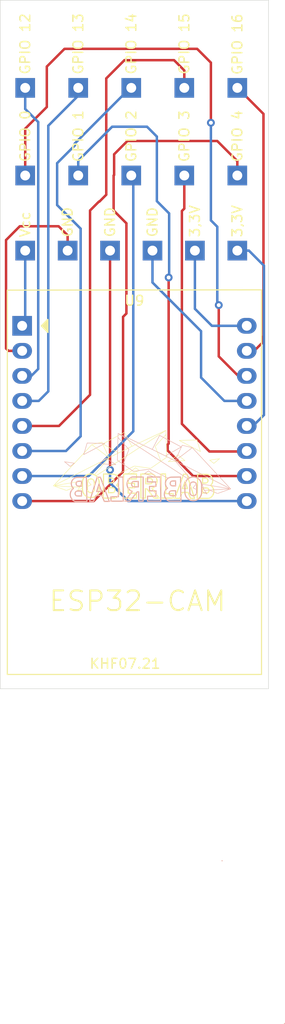
<source format=kicad_pcb>
(kicad_pcb (version 20240108) (generator "pcbnew") (generator_version "8.0")
  (layers (0 "F.Cu" signal) (31 "B.Cu" signal) (34 "B.Paste" user) (35 "F.Paste" user) (36 "B.SilkS" user "B.Silkscreen") (37 "F.SilkS" user "F.Silkscreen") (38 "B.Mask" user) (39 "F.Mask" user) (44 "Edge.Cuts" user))
  (net 0 "")
  (net 1 "Net-(U1-Pad1)")
  (net 2 "Net-(U2-Pad1)")
  (net 3 "Net-(U3-Pad1)")
  (net 4 "Net-(U4-Pad1)")
  (net 5 "Net-(U5-Pad1)")
  (net 6 "Net-(U6-Pad1)")
  (net 7 "Net-(U7-Pad1)")
  (net 8 "Net-(U8-Pad1)")
  (net 9 "Net-(U10-Pad1)")
  (net 10 "Net-(U11-Pad1)")
  (net 11 "Net-(U12-Pad1)")
  (net 12 "Net-(U13-Pad1)")
  (net 13 "Net-(U14-Pad1)")
  (net 14 "Net-(U15-Pad1)")
  (net 15 "Net-(U16-Pad1)")
  (net 16 "Net-(U17-Pad1)")
  (footprint "KHF_LIB:LP" (layer "F.Cu") (at 184.15 96.52)
    (property "Reference" "Vcc" (at 0 -1.27 90) (layer "F.SilkS") (effects (justify left)))
    (property "Value" "LP")
    (pad "1" thru_hole rect (at 0 0) (size 2 2) (drill 1) (layers "*.Cu" "*.Mask") (net 1 "Net-(U1-Pad1)"))
  )
  (footprint "KHF_LIB:LP" (layer "F.Cu") (at 188.468 96.52)
    (property "Reference" "GND" (at 0 -1.27 90) (layer "F.SilkS") (effects (justify left)))
    (property "Value" "LP")
    (pad "1" thru_hole rect (at 0 0) (size 2 2) (drill 1) (layers "*.Cu" "*.Mask") (net 2 "Net-(U2-Pad1)"))
  )
  (footprint "KHF_LIB:LP" (layer "F.Cu") (at 184.15 80.01)
    (property "Reference" "GPIO 12" (at 0 -1.27 90) (layer "F.SilkS") (effects (justify left)))
    (property "Value" "LP")
    (pad "1" thru_hole rect (at 0 0) (size 2 2) (drill 1) (layers "*.Cu" "*.Mask") (net 3 "Net-(U3-Pad1)"))
  )
  (footprint "KHF_LIB:LP" (layer "F.Cu") (at 189.5475 80.01)
    (property "Reference" "GPIO 13" (at 0 -1.27 90) (layer "F.SilkS") (effects (justify left)))
    (property "Value" "LP")
    (pad "1" thru_hole rect (at 0 0) (size 2 2) (drill 1) (layers "*.Cu" "*.Mask") (net 4 "Net-(U4-Pad1)"))
  )
  (footprint "KHF_LIB:LP" (layer "F.Cu") (at 200.3425 80.01)
    (property "Reference" "GPIO 15" (at 0 -1.27 90) (layer "F.SilkS") (effects (justify left)))
    (property "Value" "LP")
    (pad "1" thru_hole rect (at 0 0) (size 2 2) (drill 1) (layers "*.Cu" "*.Mask") (net 5 "Net-(U5-Pad1)"))
  )
  (footprint "KHF_LIB:LP" (layer "F.Cu") (at 194.945 80.01)
    (property "Reference" "GPIO 14" (at 0 -1.27 90) (layer "F.SilkS") (effects (justify left)))
    (property "Value" "LP")
    (pad "1" thru_hole rect (at 0 0) (size 2 2) (drill 1) (layers "*.Cu" "*.Mask") (net 6 "Net-(U6-Pad1)"))
  )
  (footprint "KHF_LIB:LP" (layer "F.Cu") (at 194.945 88.9)
    (property "Reference" "GPIO 2" (at 0 -1.27 90) (layer "F.SilkS") (effects (justify left)))
    (property "Value" "LP")
    (pad "1" thru_hole rect (at 0 0) (size 2 2) (drill 1) (layers "*.Cu" "*.Mask") (net 7 "Net-(U7-Pad1)"))
  )
  (footprint "KHF_LIB:LP" (layer "F.Cu") (at 205.74 88.9)
    (property "Reference" "GPIO 4" (at 0 -1.27 90) (layer "F.SilkS") (effects (justify left)))
    (property "Value" "LP")
    (pad "1" thru_hole rect (at 0 0) (size 2 2) (drill 1) (layers "*.Cu" "*.Mask") (net 8 "Net-(U8-Pad1)"))
  )
  (footprint "KHF_LIB:LP" (layer "F.Cu") (at 201.422 96.52)
    (property "Reference" "3,3V" (at 0 -1.27 90) (layer "F.SilkS") (effects (justify left)))
    (property "Value" "LP")
    (pad "1" thru_hole rect (at 0 0) (size 2 2) (drill 1) (layers "*.Cu" "*.Mask") (net 9 "Net-(U10-Pad1)"))
  )
  (footprint "KHF_LIB:LP" (layer "F.Cu") (at 205.74 80.01)
    (property "Reference" "GPIO 16" (at 0 -7.62 90) (layer "F.SilkS") (effects (justify right)))
    (property "Value" "LP")
    (pad "1" thru_hole rect (at 0 0) (size 2 2) (drill 1) (layers "*.Cu" "*.Mask") (net 10 "Net-(U11-Pad1)"))
  )
  (footprint "KHF_LIB:LP" (layer "F.Cu") (at 184.15 88.9)
    (property "Reference" "GPIO 0" (at 0 -1.27 90) (layer "F.SilkS") (effects (justify left)))
    (property "Value" "LP")
    (pad "1" thru_hole rect (at 0 0) (size 2 2) (drill 1) (layers "*.Cu" "*.Mask") (net 11 "Net-(U12-Pad1)"))
  )
  (footprint "KHF_LIB:LP" (layer "F.Cu") (at 197.104 96.52)
    (property "Reference" "GND" (at 0 -1.27 90) (layer "F.SilkS") (effects (justify left)))
    (property "Value" "LP")
    (pad "1" thru_hole rect (at 0 0) (size 2 2) (drill 1) (layers "*.Cu" "*.Mask") (net 12 "Net-(U13-Pad1)"))
  )
  (footprint "KHF_LIB:LP" (layer "F.Cu") (at 205.74 96.52)
    (property "Reference" "3,3V" (at 0 -1.27 90) (layer "F.SilkS") (effects (justify left)))
    (property "Value" "LP")
    (pad "1" thru_hole rect (at 0 0) (size 2 2) (drill 1) (layers "*.Cu" "*.Mask") (net 13 "Net-(U14-Pad1)"))
  )
  (footprint "KHF_LIB:LP" (layer "F.Cu") (at 200.3425 88.9)
    (property "Reference" "GPIO 3" (at 0 -1.27 90) (layer "F.SilkS") (effects (justify left)))
    (property "Value" "LP")
    (pad "1" thru_hole rect (at 0 0) (size 2 2) (drill 1) (layers "*.Cu" "*.Mask") (net 14 "Net-(U15-Pad1)"))
  )
  (footprint "KHF_LIB:LP" (layer "F.Cu") (at 189.5475 88.9)
    (property "Reference" "GPIO 1" (at 0 -1.27 90) (layer "F.SilkS") (effects (justify left)))
    (property "Value" "LP")
    (pad "1" thru_hole rect (at 0 0) (size 2 2) (drill 1) (layers "*.Cu" "*.Mask") (net 15 "Net-(U16-Pad1)"))
  )
  (footprint "KHF_LIB:LP" (layer "F.Cu") (at 192.786 96.52)
    (property "Reference" "GND" (at 0 -1.27 90) (layer "F.SilkS") (effects (justify left)))
    (property "Value" "LP")
    (pad "1" thru_hole rect (at 0 0) (size 2 2) (drill 1) (layers "*.Cu" "*.Mask") (net 16 "Net-(U17-Pad1)"))
  )
  (footprint "!Goody:ESP32-CAM" (layer "F.Cu") (at 195.27 118.16)
    (property "Reference" "U9" (at 0 -16.56 180) (layer "F.SilkS"))
    (property "Value" "ESP32-CAM")
    (fp_line (start -12.94 -17.63) (end -12.94 21.36) (stroke (width 0.12)) (layer "F.SilkS"))
    (fp_line (start -12.94 21.36) (end 12.93 21.36) (stroke (width 0.12)) (layer "F.SilkS"))
    (fp_line (start 12.93 -17.66) (end -12.94 -17.63) (stroke (width 0.12)) (layer "F.SilkS"))
    (fp_line (start 12.93 -17.66) (end 12.93 21.36) (stroke (width 0.12)) (layer "F.SilkS"))
    (fp_poly (pts (xy -8.82 -13.37) (xy -8.82 -14.64) (xy -9.455 -14.005)) (stroke (width 0.15)) (fill solid) (layer "F.SilkS"))
    (pad "1" thru_hole rect (at -11.43 -14.01) (size 2 2) (drill 1) (layers "*.Cu" "*.Mask") (net 1 "Net-(U1-Pad1)"))
    (pad "2" thru_hole oval (at -11.43 -11.47) (size 2 1.6) (drill 1) (layers "*.Cu" "*.Mask") (net 2 "Net-(U2-Pad1)"))
    (pad "3" thru_hole oval (at -11.43 -8.93) (size 2 1.6) (drill 1) (layers "*.Cu" "*.Mask") (net 3 "Net-(U3-Pad1)"))
    (pad "4" thru_hole oval (at -11.43 -6.39) (size 2 1.6) (drill 1) (layers "*.Cu" "*.Mask") (net 4 "Net-(U4-Pad1)"))
    (pad "5" thru_hole oval (at -11.43 -3.85) (size 2 1.6) (drill 1) (layers "*.Cu" "*.Mask") (net 5 "Net-(U5-Pad1)"))
    (pad "6" thru_hole oval (at -11.43 -1.31) (size 2 1.6) (drill 1) (layers "*.Cu" "*.Mask") (net 6 "Net-(U6-Pad1)"))
    (pad "7" thru_hole oval (at -11.43 1.23) (size 2 1.6) (drill 1) (layers "*.Cu" "*.Mask") (net 7 "Net-(U7-Pad1)"))
    (pad "8" thru_hole oval (at -11.43 3.77) (size 2 1.6) (drill 1) (layers "*.Cu" "*.Mask") (net 8 "Net-(U8-Pad1)"))
    (pad "9" thru_hole oval (at 11.43 3.77) (size 2 1.6) (drill 1) (layers "*.Cu" "*.Mask") (net 16 "Net-(U17-Pad1)"))
    (pad "10" thru_hole oval (at 11.43 1.23) (size 2 1.6) (drill 1) (layers "*.Cu" "*.Mask") (net 15 "Net-(U16-Pad1)"))
    (pad "11" thru_hole oval (at 11.43 -1.31) (size 2 1.6) (drill 1) (layers "*.Cu" "*.Mask") (net 14 "Net-(U15-Pad1)"))
    (pad "12" thru_hole oval (at 11.43 -3.85) (size 2 1.6) (drill 1) (layers "*.Cu" "*.Mask") (net 13 "Net-(U14-Pad1)"))
    (pad "13" thru_hole oval (at 11.43 -6.39) (size 2 1.6) (drill 1) (layers "*.Cu" "*.Mask") (net 12 "Net-(U13-Pad1)"))
    (pad "14" thru_hole oval (at 11.43 -8.93) (size 2 1.6) (drill 1) (layers "*.Cu" "*.Mask") (net 11 "Net-(U12-Pad1)"))
    (pad "15" thru_hole oval (at 11.43 -11.47) (size 2 1.6) (drill 1) (layers "*.Cu" "*.Mask") (net 10 "Net-(U11-Pad1)"))
    (pad "16" thru_hole oval (at 11.43 -14.01) (size 2 1.6) (drill 1) (layers "*.Cu" "*.Mask") (net 9 "Net-(U10-Pad1)"))
  )
  (footprint "!Goody:ob-logo_F.SilkS" (layer "F.Cu") (at 195.58 119.38)
    (property "Reference" "G***" (hide yes))
    (property "Value" "LOGO" (hide yes))
    (fp_poly (pts (xy 8.544723 39.045226) (xy 8.608542 39.109045) (xy 8.672361 39.045226) (xy 8.608542 38.981407) (xy 8.544723 39.045226)) (stroke (width 0.01)) (fill solid) (layer "B.SilkS"))
    (fp_line (start -8.55 1) (end -7.225 1.475) (stroke (width 0.05)) (layer "F.SilkS"))
    (fp_line (start -8.55 1) (end -5.65 0.525) (stroke (width 0.05)) (layer "F.SilkS"))
    (fp_line (start -8.55 1) (end -4.65 -3.175) (stroke (width 0.05)) (layer "F.SilkS"))
    (fp_line (start -7.225 1.475) (end -6.4 1.125) (stroke (width 0.05)) (layer "F.SilkS"))
    (fp_line (start -6.15 1.525) (end -5.575 0.725) (stroke (width 0.05)) (layer "F.SilkS"))
    (fp_line (start -5.875 1.15) (end -8.55 1) (stroke (width 0.05)) (layer "F.SilkS"))
    (fp_line (start -5.65 0.525) (end -5.875 1.15) (stroke (width 0.05)) (layer "F.SilkS"))
    (fp_line (start -5.6 1.25) (end -6.15 1.525) (stroke (width 0.05)) (layer "F.SilkS"))
    (fp_line (start -5.6 1.35) (end -5.6 0.65) (stroke (width 0.12)) (layer "F.SilkS"))
    (fp_line (start -5.1 0.65) (end -5.1 1.35) (stroke (width 0.12)) (layer "F.SilkS"))
    (fp_line (start -5.05 0.5) (end -4.725 0.9) (stroke (width 0.05)) (layer "F.SilkS"))
    (fp_line (start -4.725 0.9) (end -5.1 1.075) (stroke (width 0.05)) (layer "F.SilkS"))
    (fp_line (start -4.65 -3.175) (end -3.625 -3.425) (stroke (width 0.05)) (layer "F.SilkS"))
    (fp_line (start -4.65 -3.175) (end -2.9 -1.85) (stroke (width 0.05)) (layer "F.SilkS"))
    (fp_line (start -4.4 0.65) (end -4.4 1.3) (stroke (width 0.12)) (layer "F.SilkS"))
    (fp_line (start -4.2 -0.025) (end 2.9 -4.625) (stroke (width 0.05)) (layer "F.SilkS"))
    (fp_line (start -3.9 0.65) (end -3.9 1.35) (stroke (width 0.12)) (layer "F.SilkS"))
    (fp_line (start -3.625 -3.425) (end -2.9 -1.85) (stroke (width 0.05)) (layer "F.SilkS"))
    (fp_line (start -3.525 -3.25) (end -1.95 -2.35) (stroke (width 0.05)) (layer "F.SilkS"))
    (fp_line (start -3.5 2.25) (end -2.3 2.25) (stroke (width 0.12)) (layer "F.SilkS"))
    (fp_line (start -3.45 -0.2) (end -3.5 2.25) (stroke (width 0.12)) (layer "F.SilkS"))
    (fp_line (start -2.95 0.2) (end -2.7 0.2) (stroke (width 0.12)) (layer "F.SilkS"))
    (fp_line (start -2.95 0.25) (end -2.95 0.7) (stroke (width 0.12)) (layer "F.SilkS"))
    (fp_line (start -2.95 0.7) (end -2.65 0.7) (stroke (width 0.12)) (layer "F.SilkS"))
    (fp_line (start -2.95 1.2) (end -2.95 1.7) (stroke (width 0.12)) (layer "F.SilkS"))
    (fp_line (start -2.95 1.7) (end -2.5 1.7) (stroke (width 0.12)) (layer "F.SilkS"))
    (fp_line (start -2.949999 1.19505) (end -2.549999 1.19505) (stroke (width 0.12)) (layer "F.SilkS"))
    (fp_line (start -2.9 -1.85) (end -8.55 1) (stroke (width 0.05)) (layer "F.SilkS"))
    (fp_line (start -2.9 -1.85) (end -4.375 -0.125) (stroke (width 0.05)) (layer "F.SilkS"))
    (fp_line (start -2.55 -0.186395) (end -3.45 -0.2) (stroke (width 0.12)) (layer "F.SilkS"))
    (fp_line (start -1.45 2.25) (end -1.35 2.25) (stroke (width 0.12)) (layer "F.SilkS"))
    (fp_line (start -1.4 -0.2) (end -1.45 2.25) (stroke (width 0.12)) (layer "F.SilkS"))
    (fp_line (start -1.35 2.25) (end -0.1 2.25) (stroke (width 0.12)) (layer "F.SilkS"))
    (fp_line (start -1.325 -4.425) (end -3.525 -3.25) (stroke (width 0.05)) (layer "F.SilkS"))
    (fp_line (start -1.325 -4.425) (end -0.575 -3) (stroke (width 0.05)) (layer "F.SilkS"))
    (fp_line (start -0.975 -0.225) (end -0.2 -0.825) (stroke (width 0.05)) (layer "F.SilkS"))
    (fp_line (start -0.95 0.3) (end -0.1 0.3) (stroke (width 0.12)) (layer "F.SilkS"))
    (fp_line (start -0.95 0.75) (end -0.95 0.3) (stroke (width 0.12)) (layer "F.SilkS"))
    (fp_line (start -0.95 1.2) (end -0.3 1.2) (stroke (width 0.12)) (layer "F.SilkS"))
    (fp_line (start -0.95 1.75) (end -0.95 1.2) (stroke (width 0.12)) (layer "F.SilkS"))
    (fp_line (start -0.575 -3) (end -2.9 -1.85) (stroke (width 0.05)) (layer "F.SilkS"))
    (fp_line (start -0.575 -3) (end 2.9 -4.625) (stroke (width 0.05)) (layer "F.SilkS"))
    (fp_line (start -0.325 -1) (end -2.15 -0.1) (stroke (width 0.05)) (layer "F.SilkS"))
    (fp_line (start -0.3 0.75) (end -0.95 0.75) (stroke (width 0.12)) (layer "F.SilkS"))
    (fp_line (start -0.3 1.2) (end -0.3 0.75) (stroke (width 0.12)) (layer "F.SilkS"))
    (fp_line (start -0.2 -0.825) (end 0.2 -0.55) (stroke (width 0.05)) (layer "F.SilkS"))
    (fp_line (start -0.1 -0.2) (end -1.4 -0.2) (stroke (width 0.12)) (layer "F.SilkS"))
    (fp_line (start -0.1 0.3) (end -0.1 -0.2) (stroke (width 0.12)) (layer "F.SilkS"))
    (fp_line (start -0.1 1.75) (end -0.95 1.75) (stroke (width 0.12)) (layer "F.SilkS"))
    (fp_line (start -0.1 2.25) (end -0.1 1.75) (stroke (width 0.12)) (layer "F.SilkS"))
    (fp_line (start 0.2 -0.55) (end -0.775 -0.2) (stroke (width 0.05)) (layer "F.SilkS"))
    (fp_line (start 0.35 -0.2) (end 0.35 2.25) (stroke (width 0.12)) (layer "F.SilkS"))
    (fp_line (start 0.35 2.25) (end 0.8 2.25) (stroke (width 0.12)) (layer "F.SilkS"))
    (fp_line (start 0.8 1.3) (end 0.95 1.3) (stroke (width 0.12)) (layer "F.SilkS"))
    (fp_line (start 0.8 2.25) (end 0.8 1.3) (stroke (width 0.12)) (layer "F.SilkS"))
    (fp_line (start 0.85 0.25) (end 0.85 0.8) (stroke (width 0.12)) (layer "F.SilkS"))
    (fp_line (start 0.85 0.8) (end 1.35 0.8) (stroke (width 0.12)) (layer "F.SilkS"))
    (fp_line (start 0.95 1.3) (end 1.7 2.25) (stroke (width 0.12)) (layer "F.SilkS"))
    (fp_line (start 1.3 0.25) (end 0.85 0.25) (stroke (width 0.12)) (layer "F.SilkS"))
    (fp_line (start 1.35 -0.775) (end -0.325 -1) (stroke (width 0.05)) (layer "F.SilkS"))
    (fp_line (start 1.458731 -0.205406) (end 0.35 -0.2) (stroke (width 0.12)) (layer "F.SilkS"))
    (fp_line (start 1.7 2.25) (end 2.1 2.25) (stroke (width 0.12)) (layer "F.SilkS"))
    (fp_line (start 1.8 -3) (end 2.375 -1.5) (stroke (width 0.05)) (layer "F.SilkS"))
    (fp_line (start 2.1 2.25) (end 2.2 2.25) (stroke (width 0.12)) (layer "F.SilkS"))
    (fp_line (start 2.2 2.25) (end 1.5 1.3) (stroke (width 0.12)) (layer "F.SilkS"))
    (fp_line (start 2.375 2.25) (end 2.4 -0.2) (stroke (width 0.12)) (layer "F.SilkS"))
    (fp_line (start 2.4 -0.2) (end 2.85 -0.2) (stroke (width 0.12)) (layer "F.SilkS"))
    (fp_line (start 2.85 -0.2) (end 2.875 1.8) (stroke (width 0.12)) (layer "F.SilkS"))
    (fp_line (start 2.875 1.8) (end 3.625 1.8) (stroke (width 0.12)) (layer "F.SilkS"))
    (fp_line (start 2.9 -4.625) (end 2.975 -1.9) (stroke (width 0.05)) (layer "F.SilkS"))
    (fp_line (start 2.925 -4.225) (end 1.8 -3) (stroke (width 0.05)) (layer "F.SilkS"))
    (fp_line (start 2.975 -1.9) (end 1.35 -0.775) (stroke (width 0.05)) (layer "F.SilkS"))
    (fp_line (start 3.125 -1.45) (end 4.125 -2.125) (stroke (width 0.05)) (layer "F.SilkS"))
    (fp_line (start 3.625 1.8) (end 3.625 2.25) (stroke (width 0.12)) (layer "F.SilkS"))
    (fp_line (start 3.625 2.25) (end 2.375 2.25) (stroke (width 0.12)) (layer "F.SilkS"))
    (fp_line (start 4.125 -2.125) (end 4.825 -1.55) (stroke (width 0.05)) (layer "F.SilkS"))
    (fp_line (start 4.25 -3.6) (end 6.4 -2.475) (stroke (width 0.05)) (layer "F.SilkS"))
    (fp_line (start 4.3 2.275) (end 3.8 2.275) (stroke (width 0.12)) (layer "F.SilkS"))
    (fp_line (start 4.3 2.275) (end 4.55 1.675) (stroke (width 0.12)) (layer "F.SilkS"))
    (fp_line (start 4.55 1.675) (end 5.15 1.675) (stroke (width 0.12)) (layer "F.SilkS"))
    (fp_line (start 4.575 1.275) (end 5.075 1.275) (stroke (width 0.12)) (layer "F.SilkS"))
    (fp_line (start 4.7 -0.175) (end 3.8 2.275) (stroke (width 0.12)) (layer "F.SilkS"))
    (fp_line (start 4.825 -1.55) (end 3.15 -1.45) (stroke (width 0.05)) (layer "F.SilkS"))
    (fp_line (start 4.85 0.525) (end 4.575 1.275) (stroke (width 0.12)) (layer "F.SilkS"))
    (fp_line (start 5.025 -0.175) (end 4.7 -0.175) (stroke (width 0.12)) (layer "F.SilkS"))
    (fp_line (start 5.075 1.275) (end 4.85 0.525) (stroke (width 0.12)) (layer "F.SilkS"))
    (fp_line (start 5.15 1.675) (end 5.4 2.275) (stroke (width 0.12)) (layer "F.SilkS"))
    (fp_line (start 5.4 2.275) (end 5.8 2.275) (stroke (width 0.12)) (layer "F.SilkS"))
    (fp_line (start 5.8 2.275) (end 5.025 -0.175) (stroke (width 0.12)) (layer "F.SilkS"))
    (fp_line (start 6.05 -3.65) (end 4.25 -3.6) (stroke (width 0.05)) (layer "F.SilkS"))
    (fp_line (start 6.075 2.275) (end 7.275 2.275) (stroke (width 0.12)) (layer "F.SilkS"))
    (fp_line (start 6.125 -0.175) (end 6.075 2.275) (stroke (width 0.12)) (layer "F.SilkS"))
    (fp_line (start 6.4 -2.475) (end 6.05 -3.65) (stroke (width 0.05)) (layer "F.SilkS"))
    (fp_line (start 6.625 0.225) (end 6.875 0.225) (stroke (width 0.12)) (layer "F.SilkS"))
    (fp_line (start 6.625 0.275) (end 6.625 0.725) (stroke (width 0.12)) (layer "F.SilkS"))
    (fp_line (start 6.625 0.725) (end 6.925 0.725) (stroke (width 0.12)) (layer "F.SilkS"))
    (fp_line (start 6.625 1.225) (end 6.625 1.725) (stroke (width 0.12)) (layer "F.SilkS"))
    (fp_line (start 6.625 1.725) (end 7.075 1.725) (stroke (width 0.12)) (layer "F.SilkS"))
    (fp_line (start 6.625001 1.22005) (end 7.025001 1.22005) (stroke (width 0.12)) (layer "F.SilkS"))
    (fp_line (start 7.025 -0.161395) (end 6.125 -0.175) (stroke (width 0.12)) (layer "F.SilkS"))
    (fp_line (start 7.35 -1.6) (end 8.35 -1.75) (stroke (width 0.05)) (layer "F.SilkS"))
    (fp_line (start 7.775 -1.275) (end 7.35 -1.6) (stroke (width 0.05)) (layer "F.SilkS"))
    (fp_line (start 8.35 -1.75) (end 7.775 -1.275) (stroke (width 0.05)) (layer "F.SilkS"))
    (fp_arc (start -5.6 0.65) (mid -4.75 -0.2) (end -3.9 0.65) (stroke (width 0.12)) (layer "F.SilkS"))
    (fp_arc (start -5.1 0.65) (mid -4.75 0.3) (end -4.4 0.65) (stroke (width 0.12)) (layer "F.SilkS"))
    (fp_arc (start -4.4 1.35) (mid -4.75 1.7) (end -5.1 1.35) (stroke (width 0.12)) (layer "F.SilkS"))
    (fp_arc (start -3.9 1.35) (mid -4.75 2.2) (end -5.6 1.35) (stroke (width 0.12)) (layer "F.SilkS"))
    (fp_arc (start -2.710634 0.207464) (mid -2.401873 0.419454) (end -2.65 0.7) (stroke (width 0.12)) (layer "F.SilkS"))
    (fp_arc (start -2.55 -0.186395) (mid -1.962048 0.206462) (end -2.100001 0.899999) (stroke (width 0.12)) (layer "F.SilkS"))
    (fp_arc (start -2.549999 1.19505) (mid -2.296291 1.424879) (end -2.500001 1.699999) (stroke (width 0.12)) (layer "F.SilkS"))
    (fp_arc (start -2.123744 0.941063) (mid -1.813346 1.649195) (end -2.300001 2.249999) (stroke (width 0.12)) (layer "F.SilkS"))
    (fp_arc (start 1.349999 0.250001) (mid 1.527075 0.525) (end 1.349999 0.799999) (stroke (width 0.12)) (layer "F.SilkS"))
    (fp_arc (start 1.458731 -0.205406) (mid 1.991844 0.516428) (end 1.474999 1.249999) (stroke (width 0.12)) (layer "F.SilkS"))
    (fp_arc (start 6.864366 0.232464) (mid 7.173127 0.444454) (end 6.925 0.725) (stroke (width 0.12)) (layer "F.SilkS"))
    (fp_arc (start 7.025 -0.161395) (mid 7.612952 0.231462) (end 7.474999 0.924999) (stroke (width 0.12)) (layer "F.SilkS"))
    (fp_arc (start 7.025001 1.22005) (mid 7.278709 1.449879) (end 7.074999 1.724999) (stroke (width 0.12)) (layer "F.SilkS"))
    (fp_arc (start 7.451256 0.966063) (mid 7.761654 1.674195) (end 7.274999 2.274999) (stroke (width 0.12)) (layer "F.SilkS"))
  )
  (footprint "!Goody:ob-logo_B.SilkS" (layer "F.Cu") (at 201.93 135.89)
    (property "Reference" "G***" (hide yes))
    (property "Value" "LOGO" (hide yes))
    (fp_line (start -13.775 -17.95) (end -13.2 -17.475) (stroke (width 0.05)) (layer "B.SilkS"))
    (fp_line (start -13.2 -17.475) (end -12.775 -17.8) (stroke (width 0.05)) (layer "B.SilkS"))
    (fp_line (start -12.775 -17.8) (end -13.775 -17.95) (stroke (width 0.05)) (layer "B.SilkS"))
    (fp_line (start -12.45 -16.361395) (end -11.55 -16.375) (stroke (width 0.12)) (layer "B.SilkS"))
    (fp_line (start -12.050001 -14.97995) (end -12.450001 -14.97995) (stroke (width 0.12)) (layer "B.SilkS"))
    (fp_line (start -12.05 -15.975) (end -12.3 -15.975) (stroke (width 0.12)) (layer "B.SilkS"))
    (fp_line (start -12.05 -15.925) (end -12.05 -15.475) (stroke (width 0.12)) (layer "B.SilkS"))
    (fp_line (start -12.05 -15.475) (end -12.35 -15.475) (stroke (width 0.12)) (layer "B.SilkS"))
    (fp_line (start -12.05 -14.975) (end -12.05 -14.475) (stroke (width 0.12)) (layer "B.SilkS"))
    (fp_line (start -12.05 -14.475) (end -12.5 -14.475) (stroke (width 0.12)) (layer "B.SilkS"))
    (fp_line (start -11.825 -18.675) (end -11.475 -19.85) (stroke (width 0.05)) (layer "B.SilkS"))
    (fp_line (start -11.55 -16.375) (end -11.5 -13.925) (stroke (width 0.12)) (layer "B.SilkS"))
    (fp_line (start -11.5 -13.925) (end -12.7 -13.925) (stroke (width 0.12)) (layer "B.SilkS"))
    (fp_line (start -11.475 -19.85) (end -9.675 -19.8) (stroke (width 0.05)) (layer "B.SilkS"))
    (fp_line (start -11.225 -13.925) (end -10.45 -16.375) (stroke (width 0.12)) (layer "B.SilkS"))
    (fp_line (start -10.825 -13.925) (end -11.225 -13.925) (stroke (width 0.12)) (layer "B.SilkS"))
    (fp_line (start -10.575 -14.525) (end -10.825 -13.925) (stroke (width 0.12)) (layer "B.SilkS"))
    (fp_line (start -10.5 -14.925) (end -10.275 -15.675) (stroke (width 0.12)) (layer "B.SilkS"))
    (fp_line (start -10.45 -16.375) (end -10.125 -16.375) (stroke (width 0.12)) (layer "B.SilkS"))
    (fp_line (start -10.275 -15.675) (end -10 -14.925) (stroke (width 0.12)) (layer "B.SilkS"))
    (fp_line (start -10.25 -17.75) (end -8.575 -17.65) (stroke (width 0.05)) (layer "B.SilkS"))
    (fp_line (start -10.125 -16.375) (end -9.225 -13.925) (stroke (width 0.12)) (layer "B.SilkS"))
    (fp_line (start -10 -14.925) (end -10.5 -14.925) (stroke (width 0.12)) (layer "B.SilkS"))
    (fp_line (start -9.975 -14.525) (end -10.575 -14.525) (stroke (width 0.12)) (layer "B.SilkS"))
    (fp_line (start -9.725 -13.925) (end -9.975 -14.525) (stroke (width 0.12)) (layer "B.SilkS"))
    (fp_line (start -9.725 -13.925) (end -9.225 -13.925) (stroke (width 0.12)) (layer "B.SilkS"))
    (fp_line (start -9.675 -19.8) (end -11.825 -18.675) (stroke (width 0.05)) (layer "B.SilkS"))
    (fp_line (start -9.55 -18.325) (end -10.25 -17.75) (stroke (width 0.05)) (layer "B.SilkS"))
    (fp_line (start -9.05 -14.4) (end -9.05 -13.95) (stroke (width 0.12)) (layer "B.SilkS"))
    (fp_line (start -9.05 -13.95) (end -7.8 -13.95) (stroke (width 0.12)) (layer "B.SilkS"))
    (fp_line (start -8.55 -17.65) (end -9.55 -18.325) (stroke (width 0.05)) (layer "B.SilkS"))
    (fp_line (start -8.4 -18.1) (end -6.775 -16.975) (stroke (width 0.05)) (layer "B.SilkS"))
    (fp_line (start -8.35 -20.425) (end -7.225 -19.2) (stroke (width 0.05)) (layer "B.SilkS"))
    (fp_line (start -8.325 -20.825) (end -8.4 -18.1) (stroke (width 0.05)) (layer "B.SilkS"))
    (fp_line (start -8.3 -14.4) (end -9.05 -14.4) (stroke (width 0.12)) (layer "B.SilkS"))
    (fp_line (start -8.275 -16.4) (end -8.3 -14.4) (stroke (width 0.12)) (layer "B.SilkS"))
    (fp_line (start -7.825 -16.4) (end -8.275 -16.4) (stroke (width 0.12)) (layer "B.SilkS"))
    (fp_line (start -7.8 -13.95) (end -7.825 -16.4) (stroke (width 0.12)) (layer "B.SilkS"))
    (fp_line (start -7.625 -13.95) (end -6.925 -14.9) (stroke (width 0.12)) (layer "B.SilkS"))
    (fp_line (start -7.525 -13.95) (end -7.625 -13.95) (stroke (width 0.12)) (layer "B.SilkS"))
    (fp_line (start -7.225 -19.2) (end -7.8 -17.7) (stroke (width 0.05)) (layer "B.SilkS"))
    (fp_line (start -7.125 -13.95) (end -7.525 -13.95) (stroke (width 0.12)) (layer "B.SilkS"))
    (fp_line (start -6.883731 -16.405406) (end -5.775 -16.4) (stroke (width 0.12)) (layer "B.SilkS"))
    (fp_line (start -6.775 -16.975) (end -5.1 -17.2) (stroke (width 0.05)) (layer "B.SilkS"))
    (fp_line (start -6.725 -15.95) (end -6.275 -15.95) (stroke (width 0.12)) (layer "B.SilkS"))
    (fp_line (start -6.375 -14.9) (end -7.125 -13.95) (stroke (width 0.12)) (layer "B.SilkS"))
    (fp_line (start -6.275 -15.95) (end -6.275 -15.4) (stroke (width 0.12)) (layer "B.SilkS"))
    (fp_line (start -6.275 -15.4) (end -6.775 -15.4) (stroke (width 0.12)) (layer "B.SilkS"))
    (fp_line (start -6.225 -14.9) (end -6.375 -14.9) (stroke (width 0.12)) (layer "B.SilkS"))
    (fp_line (start -6.225 -13.95) (end -6.225 -14.9) (stroke (width 0.12)) (layer "B.SilkS"))
    (fp_line (start -5.775 -16.4) (end -5.775 -13.95) (stroke (width 0.12)) (layer "B.SilkS"))
    (fp_line (start -5.775 -13.95) (end -6.225 -13.95) (stroke (width 0.12)) (layer "B.SilkS"))
    (fp_line (start -5.625 -16.75) (end -4.65 -16.4) (stroke (width 0.05)) (layer "B.SilkS"))
    (fp_line (start -5.325 -16.4) (end -4.025 -16.4) (stroke (width 0.12)) (layer "B.SilkS"))
    (fp_line (start -5.325 -15.9) (end -5.325 -16.4) (stroke (width 0.12)) (layer "B.SilkS"))
    (fp_line (start -5.325 -14.45) (end -4.475 -14.45) (stroke (width 0.12)) (layer "B.SilkS"))
    (fp_line (start -5.325 -13.95) (end -5.325 -14.45) (stroke (width 0.12)) (layer "B.SilkS"))
    (fp_line (start -5.225 -17.025) (end -5.625 -16.75) (stroke (width 0.05)) (layer "B.SilkS"))
    (fp_line (start -5.125 -15.45) (end -4.475 -15.45) (stroke (width 0.12)) (layer "B.SilkS"))
    (fp_line (start -5.125 -15) (end -5.125 -15.45) (stroke (width 0.12)) (layer "B.SilkS"))
    (fp_line (start -5.1 -17.2) (end -3.275 -16.3) (stroke (width 0.05)) (layer "B.SilkS"))
    (fp_line (start -4.85 -19.2) (end -8.325 -20.825) (stroke (width 0.05)) (layer "B.SilkS"))
    (fp_line (start -4.85 -19.2) (end -2.525 -18.05) (stroke (width 0.05)) (layer "B.SilkS"))
    (fp_line (start -4.475 -15.9) (end -5.325 -15.9) (stroke (width 0.12)) (layer "B.SilkS"))
    (fp_line (start -4.475 -15.45) (end -4.475 -15.9) (stroke (width 0.12)) (layer "B.SilkS"))
    (fp_line (start -4.475 -15) (end -5.125 -15) (stroke (width 0.12)) (layer "B.SilkS"))
    (fp_line (start -4.475 -14.45) (end -4.475 -15) (stroke (width 0.12)) (layer "B.SilkS"))
    (fp_line (start -4.45 -16.425) (end -5.225 -17.025) (stroke (width 0.05)) (layer "B.SilkS"))
    (fp_line (start -4.1 -20.625) (end -4.85 -19.2) (stroke (width 0.05)) (layer "B.SilkS"))
    (fp_line (start -4.1 -20.625) (end -1.9 -19.45) (stroke (width 0.05)) (layer "B.SilkS"))
    (fp_line (start -4.075 -13.95) (end -5.325 -13.95) (stroke (width 0.12)) (layer "B.SilkS"))
    (fp_line (start -4.025 -16.4) (end -3.975 -13.95) (stroke (width 0.12)) (layer "B.SilkS"))
    (fp_line (start -3.975 -13.95) (end -4.075 -13.95) (stroke (width 0.12)) (layer "B.SilkS"))
    (fp_line (start -2.875 -16.386395) (end -1.975 -16.4) (stroke (width 0.12)) (layer "B.SilkS"))
    (fp_line (start -2.525 -18.05) (end -1.05 -16.325) (stroke (width 0.05)) (layer "B.SilkS"))
    (fp_line (start -2.525 -18.05) (end 3.125 -15.2) (stroke (width 0.05)) (layer "B.SilkS"))
    (fp_line (start -2.475001 -15.00495) (end -2.875001 -15.00495) (stroke (width 0.12)) (layer "B.SilkS"))
    (fp_line (start -2.475 -16) (end -2.725 -16) (stroke (width 0.12)) (layer "B.SilkS"))
    (fp_line (start -2.475 -15.95) (end -2.475 -15.5) (stroke (width 0.12)) (layer "B.SilkS"))
    (fp_line (start -2.475 -15.5) (end -2.775 -15.5) (stroke (width 0.12)) (layer "B.SilkS"))
    (fp_line (start -2.475 -15) (end -2.475 -14.5) (stroke (width 0.12)) (layer "B.SilkS"))
    (fp_line (start -2.475 -14.5) (end -2.925 -14.5) (stroke (width 0.12)) (layer "B.SilkS"))
    (fp_line (start -1.975 -16.4) (end -1.925 -13.95) (stroke (width 0.12)) (layer "B.SilkS"))
    (fp_line (start -1.925 -13.95) (end -3.125 -13.95) (stroke (width 0.12)) (layer "B.SilkS"))
    (fp_line (start -1.9 -19.45) (end -3.475 -18.55) (stroke (width 0.05)) (layer "B.SilkS"))
    (fp_line (start -1.8 -19.625) (end -2.525 -18.05) (stroke (width 0.05)) (layer "B.SilkS"))
    (fp_line (start -1.525 -15.55) (end -1.525 -14.85) (stroke (width 0.12)) (layer "B.SilkS"))
    (fp_line (start -1.225 -16.225) (end -8.325 -20.825) (stroke (width 0.05)) (layer "B.SilkS"))
    (fp_line (start -1.025 -15.55) (end -1.025 -14.9) (stroke (width 0.12)) (layer "B.SilkS"))
    (fp_line (start -0.775 -19.375) (end -2.525 -18.05) (stroke (width 0.05)) (layer "B.SilkS"))
    (fp_line (start -0.775 -19.375) (end -1.8 -19.625) (stroke (width 0.05)) (layer "B.SilkS"))
    (fp_line (start -0.7 -15.3) (end -0.325 -15.125) (stroke (width 0.05)) (layer "B.SilkS"))
    (fp_line (start -0.375 -15.7) (end -0.7 -15.3) (stroke (width 0.05)) (layer "B.SilkS"))
    (fp_line (start -0.325 -15.55) (end -0.325 -14.85) (stroke (width 0.12)) (layer "B.SilkS"))
    (fp_line (start 0.175 -14.95) (end 0.725 -14.675) (stroke (width 0.05)) (layer "B.SilkS"))
    (fp_line (start 0.175 -14.85) (end 0.175 -15.55) (stroke (width 0.12)) (layer "B.SilkS"))
    (fp_line (start 0.225 -15.675) (end 0.45 -15.05) (stroke (width 0.05)) (layer "B.SilkS"))
    (fp_line (start 0.45 -15.05) (end 3.125 -15.2) (stroke (width 0.05)) (layer "B.SilkS"))
    (fp_line (start 0.725 -14.675) (end 0.15 -15.475) (stroke (width 0.05)) (layer "B.SilkS"))
    (fp_line (start 1.8 -14.725) (end 0.975 -15.075) (stroke (width 0.05)) (layer "B.SilkS"))
    (fp_line (start 3.125 -15.2) (end -0.775 -19.375) (stroke (width 0.05)) (layer "B.SilkS"))
    (fp_line (start 3.125 -15.2) (end 0.225 -15.675) (stroke (width 0.05)) (layer "B.SilkS"))
    (fp_line (start 3.125 -15.2) (end 1.8 -14.725) (stroke (width 0.05)) (layer "B.SilkS"))
    (fp_arc (start -12.899999 -15.275001) (mid -13.037952 -15.968538) (end -12.45 -16.361395) (stroke (width 0.12)) (layer "B.SilkS"))
    (fp_arc (start -12.699999 -13.925001) (mid -13.186654 -14.525805) (end -12.876256 -15.233937) (stroke (width 0.12)) (layer "B.SilkS"))
    (fp_arc (start -12.499999 -14.475001) (mid -12.703709 -14.750121) (end -12.450001 -14.97995) (stroke (width 0.12)) (layer "B.SilkS"))
    (fp_arc (start -12.35 -15.475) (mid -12.598127 -15.755546) (end -12.289366 -15.967536) (stroke (width 0.12)) (layer "B.SilkS"))
    (fp_arc (start -6.899999 -14.950001) (mid -7.416844 -15.683572) (end -6.883731 -16.405406) (stroke (width 0.12)) (layer "B.SilkS"))
    (fp_arc (start -6.774999 -15.400001) (mid -6.952075 -15.675) (end -6.774999 -15.949999) (stroke (width 0.12)) (layer "B.SilkS"))
    (fp_arc (start -3.324999 -15.300001) (mid -3.462952 -15.993538) (end -2.875 -16.386395) (stroke (width 0.12)) (layer "B.SilkS"))
    (fp_arc (start -3.124999 -13.950001) (mid -3.611654 -14.550805) (end -3.301256 -15.258937) (stroke (width 0.12)) (layer "B.SilkS"))
    (fp_arc (start -2.924999 -14.500001) (mid -3.128709 -14.775121) (end -2.875001 -15.00495) (stroke (width 0.12)) (layer "B.SilkS"))
    (fp_arc (start -2.775 -15.5) (mid -3.023127 -15.780546) (end -2.714366 -15.992536) (stroke (width 0.12)) (layer "B.SilkS"))
    (fp_arc (start -1.525 -15.55) (mid -0.675 -16.4) (end 0.175 -15.55) (stroke (width 0.12)) (layer "B.SilkS"))
    (fp_arc (start -1.025 -15.55) (mid -0.675 -15.9) (end -0.325 -15.55) (stroke (width 0.12)) (layer "B.SilkS"))
    (fp_arc (start -0.325 -14.85) (mid -0.675 -14.5) (end -1.025 -14.85) (stroke (width 0.12)) (layer "B.SilkS"))
    (fp_arc (start 0.175 -14.85) (mid -0.675 -14) (end -1.525 -14.85) (stroke (width 0.12)) (layer "B.SilkS"))
    (fp_poly (pts (xy 8.544723 39.045226) (xy 8.608542 39.109045) (xy 8.672361 39.045226) (xy 8.608542 38.981407) (xy 8.544723 39.045226)) (stroke (width 0.01)) (fill solid) (layer "B.SilkS"))
  )
  (gr_line (start 181.61 140.97) (end 181.61 71.12) (stroke (width 0.05)) (layer "Edge.Cuts"))
  (gr_line (start 181.61 71.12) (end 208.915 71.12) (stroke (width 0.05)) (layer "Edge.Cuts"))
  (gr_line (start 208.915 71.12) (end 208.915 140.97) (stroke (width 0.05)) (layer "Edge.Cuts"))
  (gr_line (start 208.915 140.97) (end 181.61 140.97) (stroke (width 0.05)) (layer "Edge.Cuts"))
  (gr_text "KHF07.21" (at 194.31 138.43 0) (layer "F.SilkS") (effects (font (size 1 1))))
  (gr_text "ESP32-CAM" (at 195.58 132.08 0) (layer "F.SilkS") (effects (font (size 2 2) (thickness 0.2))))
  (segment (start 184.15 103.84) (end 183.84 104.15) (width 0.25) (layer "B.Cu") (net 1))
  (segment (start 184.15 96.52) (end 184.15 103.84) (width 0.25) (layer "B.Cu") (net 1))
  (segment (start 183.6 94.05) (end 182.2 95.45) (width 0.25) (layer "F.Cu") (net 2))
  (segment (start 182.44 106.69) (end 183.84 106.69) (width 0.25) (layer "F.Cu") (net 2))
  (segment (start 188.468 94.968) (end 187.55 94.05) (width 0.25) (layer "F.Cu") (net 2))
  (segment (start 188.468 96.52) (end 188.468 94.968) (width 0.25) (layer "F.Cu") (net 2))
  (segment (start 182.2 95.45) (end 182.2 106.45) (width 0.25) (layer "F.Cu") (net 2))
  (segment (start 182.2 106.45) (end 182.44 106.69) (width 0.25) (layer "F.Cu") (net 2))
  (segment (start 187.55 94.05) (end 183.6 94.05) (width 0.25) (layer "F.Cu") (net 2))
  (segment (start 184.77 109.23) (end 183.84 109.23) (width 0.25) (layer "B.Cu") (net 3))
  (segment (start 185.475001 108.524999) (end 184.77 109.23) (width 0.25) (layer "B.Cu") (net 3))
  (segment (start 185.475001 83.475001) (end 185.475001 108.524999) (width 0.25) (layer "B.Cu") (net 3))
  (segment (start 184.15 80.01) (end 184.15 82.15) (width 0.25) (layer "B.Cu") (net 3))
  (segment (start 184.15 82.15) (end 185.475001 83.475001) (width 0.25) (layer "B.Cu") (net 3))
  (segment (start 189.5475 80.01) (end 189.5475 80.8025) (width 0.25) (layer "B.Cu") (net 4))
  (segment (start 189.5475 80.8025) (end 186.5 83.85) (width 0.25) (layer "B.Cu") (net 4))
  (segment (start 185.53 111.77) (end 183.84 111.77) (width 0.25) (layer "B.Cu") (net 4))
  (segment (start 186.5 83.85) (end 186.5 110.8) (width 0.25) (layer "B.Cu") (net 4))
  (segment (start 186.5 110.8) (end 185.53 111.77) (width 0.25) (layer "B.Cu") (net 4))
  (segment (start 192.4 90.85) (end 192.4 79.05) (width 0.25) (layer "F.Cu") (net 5))
  (segment (start 191.65 91.55) (end 191.7 91.55) (width 0.25) (layer "F.Cu") (net 5))
  (segment (start 194.25 77.2) (end 199.3 77.2) (width 0.25) (layer "F.Cu") (net 5))
  (segment (start 187.59 114.31) (end 190.75 111.15) (width 0.25) (layer "F.Cu") (net 5))
  (segment (start 183.84 114.31) (end 187.59 114.31) (width 0.25) (layer "F.Cu") (net 5))
  (segment (start 199.3 77.2) (end 200.3425 78.2425) (width 0.25) (layer "F.Cu") (net 5))
  (segment (start 190.75 92.45) (end 191.65 91.55) (width 0.25) (layer "F.Cu") (net 5))
  (segment (start 191.7 91.55) (end 192.4 90.85) (width 0.25) (layer "F.Cu") (net 5))
  (segment (start 192.4 79.05) (end 194.25 77.2) (width 0.25) (layer "F.Cu") (net 5))
  (segment (start 190.75 111.15) (end 190.75 92.45) (width 0.25) (layer "F.Cu") (net 5))
  (segment (start 200.3425 78.2425) (end 200.3425 80.01) (width 0.25) (layer "F.Cu") (net 5))
  (segment (start 194.84 80.01) (end 189.2 85.65) (width 0.25) (layer "B.Cu") (net 6))
  (segment (start 189.45 115.7) (end 189.65 115.5) (width 0.25) (layer "B.Cu") (net 6))
  (segment (start 189.2 85.85) (end 187.4 87.65) (width 0.25) (layer "B.Cu") (net 6))
  (segment (start 187.4 91.9) (end 189.793001 94.293001) (width 0.25) (layer "B.Cu") (net 6))
  (segment (start 188.3 116.85) (end 189.45 115.7) (width 0.25) (layer "B.Cu") (net 6))
  (segment (start 189.793001 94.293001) (end 189.793001 115.356999) (width 0.25) (layer "B.Cu") (net 6))
  (segment (start 189.2 85.65) (end 189.2 85.85) (width 0.25) (layer "B.Cu") (net 6))
  (segment (start 194.945 80.01) (end 194.84 80.01) (width 0.25) (layer "B.Cu") (net 6))
  (segment (start 183.84 116.85) (end 188.3 116.85) (width 0.25) (layer "B.Cu") (net 6))
  (segment (start 189.793001 115.356999) (end 189.45 115.7) (width 0.25) (layer "B.Cu") (net 6))
  (segment (start 187.4 87.65) (end 187.4 91.9) (width 0.25) (layer "B.Cu") (net 6))
  (segment (start 190.61 119.39) (end 195.15 114.85) (width 0.25) (layer "B.Cu") (net 7))
  (segment (start 195.15 114.85) (end 195.15 89.105) (width 0.25) (layer "B.Cu") (net 7))
  (segment (start 183.84 119.39) (end 190.61 119.39) (width 0.25) (layer "B.Cu") (net 7))
  (segment (start 195.15 89.105) (end 194.945 88.9) (width 0.25) (layer "B.Cu") (net 7))
  (segment (start 194.55 85.4) (end 203.7 85.4) (width 0.25) (layer "F.Cu") (net 8))
  (segment (start 193.2 88.85) (end 193.2 86.75) (width 0.25) (layer "F.Cu") (net 8))
  (segment (start 193.15 92.45) (end 193.15 88.9) (width 0.25) (layer "F.Cu") (net 8))
  (segment (start 194.45 93.75) (end 193.15 92.45) (width 0.25) (layer "F.Cu") (net 8))
  (segment (start 194.111001 118.938999) (end 194.111001 103.238999) (width 0.25) (layer "F.Cu") (net 8))
  (segment (start 191.12 121.93) (end 194.111001 118.938999) (width 0.25) (layer "F.Cu") (net 8))
  (segment (start 183.84 121.93) (end 191.12 121.93) (width 0.25) (layer "F.Cu") (net 8))
  (segment (start 193.2 86.75) (end 194.55 85.4) (width 0.25) (layer "F.Cu") (net 8))
  (segment (start 194.111001 103.238999) (end 194.45 102.9) (width 0.25) (layer "F.Cu") (net 8))
  (segment (start 193.15 88.9) (end 193.2 88.85) (width 0.25) (layer "F.Cu") (net 8))
  (segment (start 205.74 87.44) (end 205.74 88.9) (width 0.25) (layer "F.Cu") (net 8))
  (segment (start 194.45 102.9) (end 194.45 93.75) (width 0.25) (layer "F.Cu") (net 8))
  (segment (start 203.7 85.4) (end 205.74 87.44) (width 0.25) (layer "F.Cu") (net 8))
  (segment (start 203.15 104.15) (end 201.422 102.422) (width 0.25) (layer "B.Cu") (net 9))
  (segment (start 206.7 104.15) (end 203.15 104.15) (width 0.25) (layer "B.Cu") (net 9))
  (segment (start 201.422 102.422) (end 201.422 96.52) (width 0.25) (layer "B.Cu") (net 9))
  (segment (start 208.4 82.65) (end 208.4 105.2) (width 0.25) (layer "F.Cu") (net 10))
  (segment (start 205.76 80.01) (end 208.4 82.65) (width 0.25) (layer "F.Cu") (net 10))
  (segment (start 205.74 80.01) (end 205.76 80.01) (width 0.25) (layer "F.Cu") (net 10))
  (segment (start 208.35 105.25) (end 208.35 105.8) (width 0.25) (layer "F.Cu") (net 10))
  (segment (start 207.46 106.69) (end 206.7 106.69) (width 0.25) (layer "F.Cu") (net 10))
  (segment (start 208.4 105.2) (end 208.35 105.25) (width 0.25) (layer "F.Cu") (net 10))
  (segment (start 208.35 105.8) (end 207.46 106.69) (width 0.25) (layer "F.Cu") (net 10))
  (segment (start 184.15 88.9) (end 184.15 84.15) (width 0.25) (layer "F.Cu") (net 11))
  (segment (start 184.15 84.15) (end 186.35 81.95) (width 0.25) (layer "F.Cu") (net 11))
  (segment (start 188.15 76.05) (end 201.65 76.05) (width 0.25) (layer "F.Cu") (net 11))
  (segment (start 186.35 81.95) (end 186.35 77.85) (width 0.25) (layer "F.Cu") (net 11))
  (segment (start 203.85 102.05) (end 203.85 107.25) (width 0.25) (layer "F.Cu") (net 11))
  (segment (start 186.35 77.85) (end 188.15 76.05) (width 0.25) (layer "F.Cu") (net 11))
  (segment (start 203.85 107.25) (end 205.83 109.23) (width 0.25) (layer "F.Cu") (net 11))
  (segment (start 205.83 109.23) (end 206.7 109.23) (width 0.25) (layer "F.Cu") (net 11))
  (segment (start 201.65 76.05) (end 203.05 77.45) (width 0.25) (layer "F.Cu") (net 11))
  (segment (start 203.05 77.45) (end 203.05 83.55) (width 0.25) (layer "F.Cu") (net 11))
  (via (at 203.05 83.55) (size 0.8) (drill 0.4) (layers "F.Cu" "B.Cu") (net 11))
  (via (at 203.85 102.05) (size 0.8) (drill 0.4) (layers "F.Cu" "B.Cu") (net 11))
  (segment (start 203.7 94.1) (end 203.7 101.9) (width 0.25) (layer "B.Cu") (net 11))
  (segment (start 203.7 101.9) (end 203.85 102.05) (width 0.25) (layer "B.Cu") (net 11))
  (segment (start 203.05 83.55) (end 203.05 93.45) (width 0.25) (layer "B.Cu") (net 11))
  (segment (start 203.05 93.45) (end 203.7 94.1) (width 0.25) (layer "B.Cu") (net 11))
  (segment (start 202.05 104.7) (end 202.05 109.4) (width 0.25) (layer "B.Cu") (net 12))
  (segment (start 197.104 96.52) (end 197.104 99.754) (width 0.25) (layer "B.Cu") (net 12))
  (segment (start 202.05 109.4) (end 204.42 111.77) (width 0.25) (layer "B.Cu") (net 12))
  (segment (start 204.42 111.77) (end 206.7 111.77) (width 0.25) (layer "B.Cu") (net 12))
  (segment (start 197.104 99.754) (end 202.05 104.7) (width 0.25) (layer "B.Cu") (net 12))
  (segment (start 208.45 113.2) (end 207.34 114.31) (width 0.25) (layer "B.Cu") (net 13))
  (segment (start 205.74 96.52) (end 206.92 96.52) (width 0.25) (layer "B.Cu") (net 13))
  (segment (start 207.34 114.31) (end 206.7 114.31) (width 0.25) (layer "B.Cu") (net 13))
  (segment (start 208.45 98.05) (end 208.45 113.2) (width 0.25) (layer "B.Cu") (net 13))
  (segment (start 206.92 96.52) (end 208.45 98.05) (width 0.25) (layer "B.Cu") (net 13))
  (segment (start 206.65 116.9) (end 206.7 116.85) (width 0.25) (layer "F.Cu") (net 14))
  (segment (start 200.096999 92.503001) (end 200.096999 114.096999) (width 0.25) (layer "F.Cu") (net 14))
  (segment (start 202.9 116.9) (end 206.65 116.9) (width 0.25) (layer "F.Cu") (net 14))
  (segment (start 200.096999 114.096999) (end 202.9 116.9) (width 0.25) (layer "F.Cu") (net 14))
  (segment (start 200.3425 88.9) (end 200.3425 92.2575) (width 0.25) (layer "F.Cu") (net 14))
  (segment (start 200.3425 92.2575) (end 200.096999 92.503001) (width 0.25) (layer "F.Cu") (net 14))
  (segment (start 198.75 99.25) (end 198.75 116.1) (width 0.25) (layer "F.Cu") (net 15))
  (segment (start 198.65 116.8) (end 201.24 119.39) (width 0.25) (layer "F.Cu") (net 15))
  (segment (start 198.65 116.2) (end 198.65 116.8) (width 0.25) (layer "F.Cu") (net 15))
  (segment (start 198.75 116.1) (end 198.65 116.2) (width 0.25) (layer "F.Cu") (net 15))
  (segment (start 201.24 119.39) (end 206.7 119.39) (width 0.25) (layer "F.Cu") (net 15))
  (via (at 198.75 99.25) (size 0.8) (drill 0.4) (layers "F.Cu" "B.Cu") (net 15))
  (segment (start 198.8 92.75) (end 198.8 99.2) (width 0.25) (layer "B.Cu") (net 15))
  (segment (start 197.55 84.95) (end 197.55 91.5) (width 0.25) (layer "B.Cu") (net 15))
  (segment (start 189.5475 88.9) (end 189.5475 87.4025) (width 0.25) (layer "B.Cu") (net 15))
  (segment (start 189.5475 87.4025) (end 193 83.95) (width 0.25) (layer "B.Cu") (net 15))
  (segment (start 196.55 83.95) (end 197.55 84.95) (width 0.25) (layer "B.Cu") (net 15))
  (segment (start 198.8 99.2) (end 198.75 99.25) (width 0.25) (layer "B.Cu") (net 15))
  (segment (start 197.55 91.5) (end 198.8 92.75) (width 0.25) (layer "B.Cu") (net 15))
  (segment (start 193 83.95) (end 196.55 83.95) (width 0.25) (layer "B.Cu") (net 15))
  (segment (start 192.786 96.52) (end 192.786 118.764) (width 0.25) (layer "F.Cu") (net 16))
  (via (at 192.786 118.764) (size 0.8) (drill 0.4) (layers "F.Cu" "B.Cu") (net 16))
  (segment (start 192.786 120.086) (end 194.63 121.93) (width 0.25) (layer "B.Cu") (net 16))
  (segment (start 192.786 118.764) (end 192.786 120.086) (width 0.25) (layer "B.Cu") (net 16))
  (segment (start 194.63 121.93) (end 206.7 121.93) (width 0.25) (layer "B.Cu") (net 16))
)
</source>
